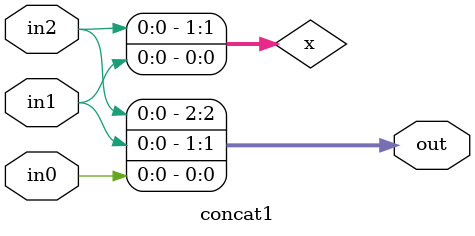
<source format=v>
module concat1(input in0, input in1, input in2, output [3-1:0] out);
  wire [2-1:0] x;
  assign x = {in2, in1};
  assign out = {x, in0};
endmodule

</source>
